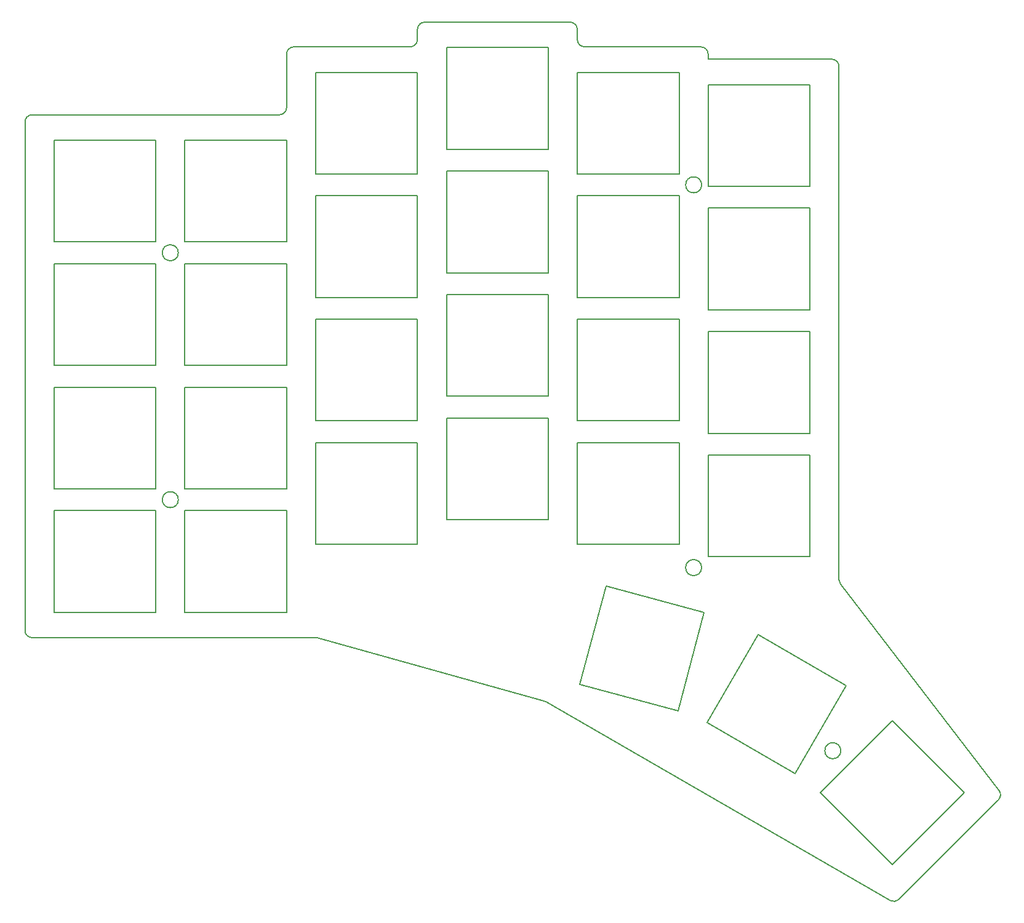
<source format=gm1>
G04 #@! TF.GenerationSoftware,KiCad,Pcbnew,8.0.8+1*
G04 #@! TF.CreationDate,2025-03-13T20:36:28+00:00*
G04 #@! TF.ProjectId,top_plate,746f705f-706c-4617-9465-2e6b69636164,0.1*
G04 #@! TF.SameCoordinates,Original*
G04 #@! TF.FileFunction,Profile,NP*
%FSLAX46Y46*%
G04 Gerber Fmt 4.6, Leading zero omitted, Abs format (unit mm)*
G04 Created by KiCad (PCBNEW 8.0.8+1) date 2025-03-13 20:36:28*
%MOMM*%
%LPD*%
G01*
G04 APERTURE LIST*
G04 #@! TA.AperFunction,Profile*
%ADD10C,0.150000*%
G04 #@! TD*
G04 APERTURE END LIST*
D10*
X39000000Y-159500000D02*
X39000000Y-89500000D01*
X40000000Y-88500000D02*
X74000000Y-88500000D01*
X75000000Y-87500000D02*
X75000000Y-80150000D01*
X76000000Y-79150000D02*
X92000000Y-79150000D01*
X93000000Y-78150000D02*
X93000000Y-76750000D01*
X94000000Y-75750000D02*
X114000000Y-75750000D01*
X115000000Y-76750000D02*
X115000000Y-78150000D01*
X116000000Y-79150000D02*
X132000000Y-79150000D01*
X133000000Y-80150000D02*
X133000000Y-80850000D01*
X133000000Y-80850000D02*
X150000000Y-80850000D01*
X151000000Y-81850000D02*
X151000000Y-152510318D01*
X151206896Y-153119404D02*
X173017912Y-181520029D01*
X172931915Y-182836221D02*
X159245626Y-196522510D01*
X158038520Y-196681428D02*
X110660495Y-169327713D01*
X110428144Y-169230222D02*
X79131338Y-160536484D01*
X78863689Y-160500000D02*
X40000000Y-160500000D01*
X39000000Y-89500000D02*
G75*
G02*
X40000000Y-88500000I1000000J0D01*
G01*
X75000000Y-87500000D02*
G75*
G02*
X74000000Y-88500000I-1000000J0D01*
G01*
X75000000Y-80150000D02*
G75*
G02*
X76000000Y-79150000I1000000J0D01*
G01*
X93000000Y-78150000D02*
G75*
G02*
X92000000Y-79150000I-1000000J0D01*
G01*
X93000000Y-76750000D02*
G75*
G02*
X94000000Y-75750000I1000000J0D01*
G01*
X114000000Y-75750000D02*
G75*
G02*
X115000000Y-76750000I0J-1000000D01*
G01*
X116000000Y-79150000D02*
G75*
G02*
X115000000Y-78150000I0J1000000D01*
G01*
X132000000Y-79150000D02*
G75*
G02*
X133000000Y-80150000I0J-1000000D01*
G01*
X150000000Y-80850000D02*
G75*
G02*
X151000000Y-81850000I0J-1000000D01*
G01*
X151206896Y-153119404D02*
G75*
G02*
X150999989Y-152510318I793104J609104D01*
G01*
X173017912Y-181520029D02*
G75*
G02*
X172931902Y-182836208I-793112J-609071D01*
G01*
X159245626Y-196522510D02*
G75*
G02*
X158038508Y-196681448I-707126J707110D01*
G01*
X110428144Y-169230222D02*
G75*
G02*
X110660494Y-169327715I-267644J-963478D01*
G01*
X78863689Y-160500000D02*
G75*
G02*
X79131339Y-160536481I11J-1000000D01*
G01*
X40000000Y-160500000D02*
G75*
G02*
X39000000Y-159500000I0J1000000D01*
G01*
X43000000Y-157000000D02*
X57000000Y-157000000D01*
X57000000Y-157000000D02*
X57000000Y-143000000D01*
X57000000Y-143000000D02*
X43000000Y-143000000D01*
X43000000Y-143000000D02*
X43000000Y-157000000D01*
X43000000Y-140000000D02*
X57000000Y-140000000D01*
X57000000Y-140000000D02*
X57000000Y-126000000D01*
X57000000Y-126000000D02*
X43000000Y-126000000D01*
X43000000Y-126000000D02*
X43000000Y-140000000D01*
X43000000Y-123000000D02*
X57000000Y-123000000D01*
X57000000Y-123000000D02*
X57000000Y-109000000D01*
X57000000Y-109000000D02*
X43000000Y-109000000D01*
X43000000Y-109000000D02*
X43000000Y-123000000D01*
X43000000Y-106000000D02*
X57000000Y-106000000D01*
X57000000Y-106000000D02*
X57000000Y-92000000D01*
X57000000Y-92000000D02*
X43000000Y-92000000D01*
X43000000Y-92000000D02*
X43000000Y-106000000D01*
X61000000Y-157000000D02*
X75000000Y-157000000D01*
X75000000Y-157000000D02*
X75000000Y-143000000D01*
X75000000Y-143000000D02*
X61000000Y-143000000D01*
X61000000Y-143000000D02*
X61000000Y-157000000D01*
X61000000Y-140000000D02*
X75000000Y-140000000D01*
X75000000Y-140000000D02*
X75000000Y-126000000D01*
X75000000Y-126000000D02*
X61000000Y-126000000D01*
X61000000Y-126000000D02*
X61000000Y-140000000D01*
X61000000Y-123000000D02*
X75000000Y-123000000D01*
X75000000Y-123000000D02*
X75000000Y-109000000D01*
X75000000Y-109000000D02*
X61000000Y-109000000D01*
X61000000Y-109000000D02*
X61000000Y-123000000D01*
X61000000Y-106000000D02*
X75000000Y-106000000D01*
X75000000Y-106000000D02*
X75000000Y-92000000D01*
X75000000Y-92000000D02*
X61000000Y-92000000D01*
X61000000Y-92000000D02*
X61000000Y-106000000D01*
X79000000Y-147650000D02*
X93000000Y-147650000D01*
X93000000Y-147650000D02*
X93000000Y-133650000D01*
X93000000Y-133650000D02*
X79000000Y-133650000D01*
X79000000Y-133650000D02*
X79000000Y-147650000D01*
X79000000Y-130650000D02*
X93000000Y-130650000D01*
X93000000Y-130650000D02*
X93000000Y-116650000D01*
X93000000Y-116650000D02*
X79000000Y-116650000D01*
X79000000Y-116650000D02*
X79000000Y-130650000D01*
X79000000Y-113650000D02*
X93000000Y-113650000D01*
X93000000Y-113650000D02*
X93000000Y-99650000D01*
X93000000Y-99650000D02*
X79000000Y-99650000D01*
X79000000Y-99650000D02*
X79000000Y-113650000D01*
X79000000Y-96650000D02*
X93000000Y-96650000D01*
X93000000Y-96650000D02*
X93000000Y-82650000D01*
X93000000Y-82650000D02*
X79000000Y-82650000D01*
X79000000Y-82650000D02*
X79000000Y-96650000D01*
X97000000Y-144250000D02*
X111000000Y-144250000D01*
X111000000Y-144250000D02*
X111000000Y-130250000D01*
X111000000Y-130250000D02*
X97000000Y-130250000D01*
X97000000Y-130250000D02*
X97000000Y-144250000D01*
X97000000Y-127250000D02*
X111000000Y-127250000D01*
X111000000Y-127250000D02*
X111000000Y-113250000D01*
X111000000Y-113250000D02*
X97000000Y-113250000D01*
X97000000Y-113250000D02*
X97000000Y-127250000D01*
X97000000Y-110250000D02*
X111000000Y-110250000D01*
X111000000Y-110250000D02*
X111000000Y-96250000D01*
X111000000Y-96250000D02*
X97000000Y-96250000D01*
X97000000Y-96250000D02*
X97000000Y-110250000D01*
X97000000Y-93250000D02*
X111000000Y-93250000D01*
X111000000Y-93250000D02*
X111000000Y-79250000D01*
X111000000Y-79250000D02*
X97000000Y-79250000D01*
X97000000Y-79250000D02*
X97000000Y-93250000D01*
X115000000Y-147650000D02*
X129000000Y-147650000D01*
X129000000Y-147650000D02*
X129000000Y-133650000D01*
X129000000Y-133650000D02*
X115000000Y-133650000D01*
X115000000Y-133650000D02*
X115000000Y-147650000D01*
X115000000Y-130650000D02*
X129000000Y-130650000D01*
X129000000Y-130650000D02*
X129000000Y-116650000D01*
X129000000Y-116650000D02*
X115000000Y-116650000D01*
X115000000Y-116650000D02*
X115000000Y-130650000D01*
X115000000Y-113650000D02*
X129000000Y-113650000D01*
X129000000Y-113650000D02*
X129000000Y-99650000D01*
X129000000Y-99650000D02*
X115000000Y-99650000D01*
X115000000Y-99650000D02*
X115000000Y-113650000D01*
X115000000Y-96650000D02*
X129000000Y-96650000D01*
X129000000Y-96650000D02*
X129000000Y-82650000D01*
X129000000Y-82650000D02*
X115000000Y-82650000D01*
X115000000Y-82650000D02*
X115000000Y-96650000D01*
X133000000Y-149350000D02*
X147000000Y-149350000D01*
X147000000Y-149350000D02*
X147000000Y-135350000D01*
X147000000Y-135350000D02*
X133000000Y-135350000D01*
X133000000Y-135350000D02*
X133000000Y-149350000D01*
X133000000Y-132350000D02*
X147000000Y-132350000D01*
X147000000Y-132350000D02*
X147000000Y-118350000D01*
X147000000Y-118350000D02*
X133000000Y-118350000D01*
X133000000Y-118350000D02*
X133000000Y-132350000D01*
X133000000Y-115350000D02*
X147000000Y-115350000D01*
X147000000Y-115350000D02*
X147000000Y-101350000D01*
X147000000Y-101350000D02*
X133000000Y-101350000D01*
X133000000Y-101350000D02*
X133000000Y-115350000D01*
X133000000Y-98350000D02*
X147000000Y-98350000D01*
X147000000Y-98350000D02*
X147000000Y-84350000D01*
X147000000Y-84350000D02*
X133000000Y-84350000D01*
X133000000Y-84350000D02*
X133000000Y-98350000D01*
X115320080Y-166918749D02*
X128843042Y-170542216D01*
X128843042Y-170542216D02*
X132466508Y-157019254D01*
X132466508Y-157019254D02*
X118943547Y-153395788D01*
X118943547Y-153395788D02*
X115320080Y-166918749D01*
X132868716Y-172209705D02*
X144993071Y-179209705D01*
X144993071Y-179209705D02*
X151993071Y-167085349D01*
X151993071Y-167085349D02*
X139868716Y-160085349D01*
X139868716Y-160085349D02*
X132868716Y-172209705D01*
X148449996Y-181862296D02*
X158349491Y-191761791D01*
X158349491Y-191761791D02*
X168248986Y-181862296D01*
X168248986Y-181862296D02*
X158349491Y-171962801D01*
X158349491Y-171962801D02*
X148449996Y-181862296D01*
X60100000Y-107500000D02*
G75*
G02*
X57900000Y-107500000I-1100000J0D01*
G01*
X57900000Y-107500000D02*
G75*
G02*
X60100000Y-107500000I1100000J0D01*
G01*
X60100000Y-141500000D02*
G75*
G02*
X57900000Y-141500000I-1100000J0D01*
G01*
X57900000Y-141500000D02*
G75*
G02*
X60100000Y-141500000I1100000J0D01*
G01*
X132100000Y-98150000D02*
G75*
G02*
X129900000Y-98150000I-1100000J0D01*
G01*
X129900000Y-98150000D02*
G75*
G02*
X132100000Y-98150000I1100000J0D01*
G01*
X132100000Y-150850000D02*
G75*
G02*
X129900000Y-150850000I-1100000J0D01*
G01*
X129900000Y-150850000D02*
G75*
G02*
X132100000Y-150850000I1100000J0D01*
G01*
X151247052Y-176064021D02*
G75*
G02*
X149047052Y-176064021I-1100000J0D01*
G01*
X149047052Y-176064021D02*
G75*
G02*
X151247052Y-176064021I1100000J0D01*
G01*
M02*

</source>
